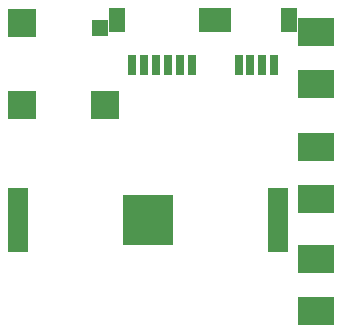
<source format=gbs>
G04 #@! TF.FileFunction,Soldermask,Bot*
%FSLAX46Y46*%
G04 Gerber Fmt 4.6, Leading zero omitted, Abs format (unit mm)*
G04 Created by KiCad (PCBNEW 4.0.7-e2-6376~58~ubuntu16.04.1) date Sun May 20 00:27:38 2018*
%MOMM*%
%LPD*%
G01*
G04 APERTURE LIST*
%ADD10C,0.100000*%
%ADD11R,4.360000X4.360000*%
%ADD12R,1.670000X5.480000*%
%ADD13R,0.797560X1.747520*%
%ADD14R,1.397000X1.998980*%
%ADD15R,2.400000X2.400000*%
%ADD16R,1.400000X1.400000*%
%ADD17R,1.600000X2.400000*%
G04 APERTURE END LIST*
D10*
D11*
X107235000Y-106650000D03*
D12*
X118220000Y-106650000D03*
X96250000Y-106650000D03*
D13*
X109913300Y-93567500D03*
X108912540Y-93567500D03*
X110914060Y-93567500D03*
D14*
X112212000Y-89694000D03*
X104614860Y-89694000D03*
D13*
X107911780Y-93567500D03*
X106913560Y-93567500D03*
X105912800Y-93567500D03*
X116898300Y-93567500D03*
X115897540Y-93567500D03*
X117899060Y-93567500D03*
D14*
X119197000Y-89694000D03*
X113601380Y-89694000D03*
D13*
X114896780Y-93567500D03*
D15*
X96591000Y-89948000D03*
D16*
X103139000Y-90400000D03*
D15*
X103591000Y-96948000D03*
X96591000Y-96948000D03*
D17*
X122250000Y-100450000D03*
X120650000Y-100450000D03*
X122250000Y-104850000D03*
X120650000Y-104850000D03*
X122250000Y-90750000D03*
X120650000Y-90750000D03*
X122250000Y-95150000D03*
X120650000Y-95150000D03*
X122250000Y-109950000D03*
X120650000Y-109950000D03*
X122250000Y-114350000D03*
X120650000Y-114350000D03*
M02*

</source>
